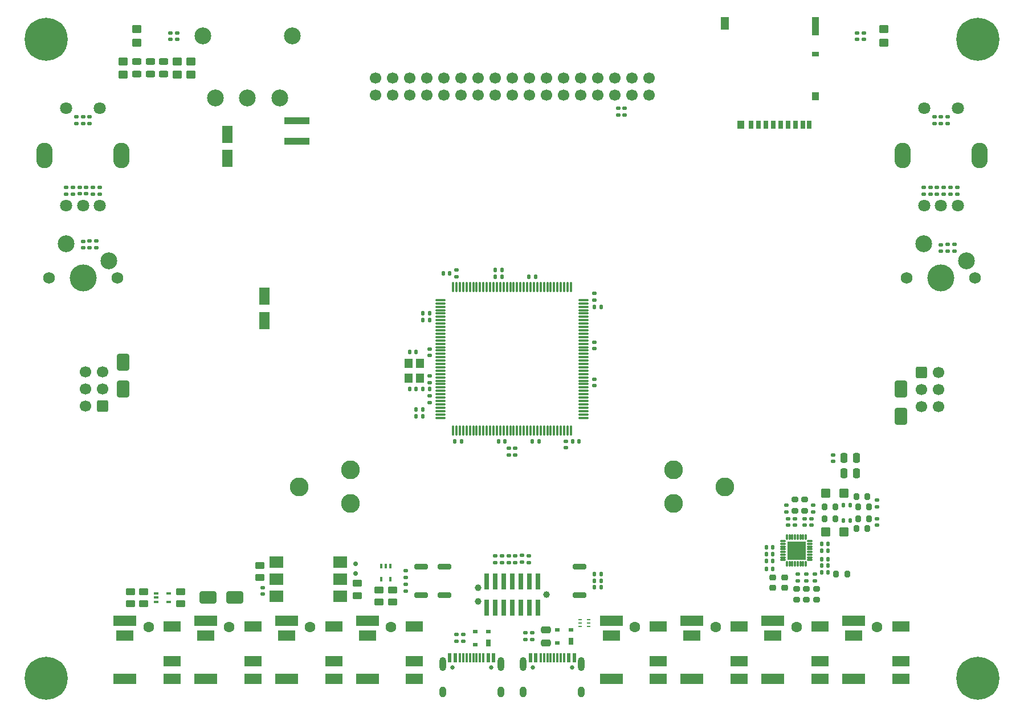
<source format=gbr>
%TF.GenerationSoftware,KiCad,Pcbnew,8.0.4*%
%TF.CreationDate,2024-08-29T22:34:12+02:00*%
%TF.ProjectId,KLST_PANDA,4b4c5354-5f50-4414-9e44-412e6b696361,rev?*%
%TF.SameCoordinates,Original*%
%TF.FileFunction,Soldermask,Top*%
%TF.FilePolarity,Negative*%
%FSLAX46Y46*%
G04 Gerber Fmt 4.6, Leading zero omitted, Abs format (unit mm)*
G04 Created by KiCad (PCBNEW 8.0.4) date 2024-08-29 22:34:12*
%MOMM*%
%LPD*%
G01*
G04 APERTURE LIST*
G04 Aperture macros list*
%AMRoundRect*
0 Rectangle with rounded corners*
0 $1 Rounding radius*
0 $2 $3 $4 $5 $6 $7 $8 $9 X,Y pos of 4 corners*
0 Add a 4 corners polygon primitive as box body*
4,1,4,$2,$3,$4,$5,$6,$7,$8,$9,$2,$3,0*
0 Add four circle primitives for the rounded corners*
1,1,$1+$1,$2,$3*
1,1,$1+$1,$4,$5*
1,1,$1+$1,$6,$7*
1,1,$1+$1,$8,$9*
0 Add four rect primitives between the rounded corners*
20,1,$1+$1,$2,$3,$4,$5,0*
20,1,$1+$1,$4,$5,$6,$7,0*
20,1,$1+$1,$6,$7,$8,$9,0*
20,1,$1+$1,$8,$9,$2,$3,0*%
G04 Aperture macros list end*
%ADD10RoundRect,0.140000X-0.170000X0.140000X-0.170000X-0.140000X0.170000X-0.140000X0.170000X0.140000X0*%
%ADD11RoundRect,0.140000X0.140000X0.170000X-0.140000X0.170000X-0.140000X-0.170000X0.140000X-0.170000X0*%
%ADD12RoundRect,0.250000X-0.250000X-0.475000X0.250000X-0.475000X0.250000X0.475000X-0.250000X0.475000X0*%
%ADD13RoundRect,0.250000X0.550000X-1.050000X0.550000X1.050000X-0.550000X1.050000X-0.550000X-1.050000X0*%
%ADD14R,3.700000X1.100000*%
%ADD15C,1.600000*%
%ADD16R,2.500000X1.500000*%
%ADD17R,3.400000X1.500000*%
%ADD18RoundRect,0.250000X-1.000000X-0.650000X1.000000X-0.650000X1.000000X0.650000X-1.000000X0.650000X0*%
%ADD19RoundRect,0.135000X0.185000X-0.135000X0.185000X0.135000X-0.185000X0.135000X-0.185000X-0.135000X0*%
%ADD20RoundRect,0.140000X0.170000X-0.140000X0.170000X0.140000X-0.170000X0.140000X-0.170000X-0.140000X0*%
%ADD21RoundRect,0.250000X0.450000X0.425000X-0.450000X0.425000X-0.450000X-0.425000X0.450000X-0.425000X0*%
%ADD22RoundRect,0.140000X-0.140000X-0.170000X0.140000X-0.170000X0.140000X0.170000X-0.140000X0.170000X0*%
%ADD23RoundRect,0.200000X-0.275000X0.200000X-0.275000X-0.200000X0.275000X-0.200000X0.275000X0.200000X0*%
%ADD24RoundRect,0.243750X0.456250X-0.243750X0.456250X0.243750X-0.456250X0.243750X-0.456250X-0.243750X0*%
%ADD25R,0.600000X0.250000*%
%ADD26RoundRect,0.135000X-0.185000X0.135000X-0.185000X-0.135000X0.185000X-0.135000X0.185000X0.135000X0*%
%ADD27RoundRect,0.225000X-0.250000X0.225000X-0.250000X-0.225000X0.250000X-0.225000X0.250000X0.225000X0*%
%ADD28RoundRect,0.250000X0.650000X-1.000000X0.650000X1.000000X-0.650000X1.000000X-0.650000X-1.000000X0*%
%ADD29R,2.000000X1.780000*%
%ADD30RoundRect,0.150000X0.200000X-0.150000X0.200000X0.150000X-0.200000X0.150000X-0.200000X-0.150000X0*%
%ADD31RoundRect,0.250000X-0.450000X0.350000X-0.450000X-0.350000X0.450000X-0.350000X0.450000X0.350000X0*%
%ADD32RoundRect,0.200000X0.800000X-0.200000X0.800000X0.200000X-0.800000X0.200000X-0.800000X-0.200000X0*%
%ADD33RoundRect,0.250000X0.450000X-0.262500X0.450000X0.262500X-0.450000X0.262500X-0.450000X-0.262500X0*%
%ADD34RoundRect,0.250000X-0.600000X-0.600000X0.600000X-0.600000X0.600000X0.600000X-0.600000X0.600000X0*%
%ADD35C,1.700000*%
%ADD36RoundRect,0.006600X-0.358400X-0.103400X0.358400X-0.103400X0.358400X0.103400X-0.358400X0.103400X0*%
%ADD37RoundRect,0.006600X0.103400X-0.358400X0.103400X0.358400X-0.103400X0.358400X-0.103400X-0.358400X0*%
%ADD38R,2.700000X2.700000*%
%ADD39R,0.650000X0.400000*%
%ADD40RoundRect,0.200000X-0.200000X-0.275000X0.200000X-0.275000X0.200000X0.275000X-0.200000X0.275000X0*%
%ADD41C,0.800000*%
%ADD42C,6.400000*%
%ADD43RoundRect,0.250000X-0.450000X0.262500X-0.450000X-0.262500X0.450000X-0.262500X0.450000X0.262500X0*%
%ADD44RoundRect,0.147500X-0.172500X0.147500X-0.172500X-0.147500X0.172500X-0.147500X0.172500X0.147500X0*%
%ADD45RoundRect,0.075000X-0.662500X-0.075000X0.662500X-0.075000X0.662500X0.075000X-0.662500X0.075000X0*%
%ADD46RoundRect,0.075000X-0.075000X-0.662500X0.075000X-0.662500X0.075000X0.662500X-0.075000X0.662500X0*%
%ADD47RoundRect,0.250000X0.600000X0.600000X-0.600000X0.600000X-0.600000X-0.600000X0.600000X-0.600000X0*%
%ADD48RoundRect,0.200000X0.200000X0.275000X-0.200000X0.275000X-0.200000X-0.275000X0.200000X-0.275000X0*%
%ADD49C,2.500000*%
%ADD50R,0.700000X1.200000*%
%ADD51R,1.000000X0.800000*%
%ADD52R,1.000000X1.200000*%
%ADD53R,1.000000X2.800000*%
%ADD54R,1.300000X1.900000*%
%ADD55C,0.650000*%
%ADD56R,0.600000X1.450000*%
%ADD57R,0.300000X1.450000*%
%ADD58O,1.000000X2.100000*%
%ADD59O,1.000000X1.600000*%
%ADD60R,0.400000X0.650000*%
%ADD61RoundRect,0.147500X0.172500X-0.147500X0.172500X0.147500X-0.172500X0.147500X-0.172500X-0.147500X0*%
%ADD62RoundRect,0.250000X-0.650000X1.000000X-0.650000X-1.000000X0.650000X-1.000000X0.650000X1.000000X0*%
%ADD63RoundRect,0.250000X-0.550000X1.050000X-0.550000X-1.050000X0.550000X-1.050000X0.550000X1.050000X0*%
%ADD64RoundRect,0.250000X-0.475000X0.250000X-0.475000X-0.250000X0.475000X-0.250000X0.475000X0.250000X0*%
%ADD65R,0.700000X1.000000*%
%ADD66R,0.700000X0.600000*%
%ADD67RoundRect,0.135000X-0.135000X-0.185000X0.135000X-0.185000X0.135000X0.185000X-0.135000X0.185000X0*%
%ADD68R,0.740000X2.400000*%
%ADD69RoundRect,0.250000X0.450000X-0.350000X0.450000X0.350000X-0.450000X0.350000X-0.450000X-0.350000X0*%
%ADD70R,1.200000X1.400000*%
%ADD71C,2.800000*%
%ADD72RoundRect,0.135000X0.135000X0.185000X-0.135000X0.185000X-0.135000X-0.185000X0.135000X-0.185000X0*%
%ADD73O,2.400000X3.800000*%
%ADD74C,1.800000*%
%ADD75C,0.990000*%
%ADD76C,1.750000*%
%ADD77C,4.000000*%
G04 APERTURE END LIST*
D10*
%TO.C,C80*%
X166750000Y-134520000D03*
X166750000Y-135480000D03*
%TD*%
D11*
%TO.C,C86*%
X162980000Y-132500000D03*
X162020000Y-132500000D03*
%TD*%
D12*
%TO.C,C71*%
X173550000Y-117250000D03*
X175450000Y-117250000D03*
%TD*%
D13*
%TO.C,C37*%
X82000000Y-72699949D03*
X82000000Y-69099949D03*
%TD*%
D10*
%TO.C,C28*%
X136500000Y-100000000D03*
X136500000Y-100960000D03*
%TD*%
D14*
%TO.C,L3*%
X92250000Y-67099949D03*
X92250000Y-70099949D03*
%TD*%
D11*
%TO.C,C13*%
X109980000Y-107000000D03*
X109020000Y-107000000D03*
%TD*%
D15*
%TO.C,J16*%
X142500000Y-142400000D03*
D16*
X146000000Y-147400000D03*
X146000000Y-142300000D03*
D17*
X139000000Y-150100000D03*
D16*
X146000000Y-150100000D03*
X139000000Y-143600000D03*
D17*
X139000000Y-141400000D03*
%TD*%
D18*
%TO.C,D14*%
X79072959Y-138000000D03*
X83072959Y-138000000D03*
%TD*%
D19*
%TO.C,R5*%
X141000000Y-66260000D03*
X141000000Y-65240000D03*
%TD*%
D20*
%TO.C,C53*%
X60500000Y-85960000D03*
X60500000Y-85000000D03*
%TD*%
D10*
%TO.C,C62*%
X167750000Y-126270000D03*
X167750000Y-127230000D03*
%TD*%
D20*
%TO.C,C41*%
X60000000Y-77960000D03*
X60000000Y-77000000D03*
%TD*%
D21*
%TO.C,C66*%
X173600000Y-128250000D03*
X170900000Y-128250000D03*
%TD*%
D19*
%TO.C,R4*%
X124750000Y-116760000D03*
X124750000Y-115740000D03*
%TD*%
D11*
%TO.C,C17*%
X112000000Y-95750000D03*
X111040000Y-95750000D03*
%TD*%
D22*
%TO.C,C26*%
X121770000Y-89250000D03*
X122730000Y-89250000D03*
%TD*%
D23*
%TO.C,R83*%
X166500000Y-136675000D03*
X166500000Y-138325000D03*
%TD*%
D22*
%TO.C,C18*%
X133270000Y-114750000D03*
X134230000Y-114750000D03*
%TD*%
D11*
%TO.C,C12*%
X110980000Y-111000000D03*
X110020000Y-111000000D03*
%TD*%
%TO.C,C25*%
X112000000Y-107000000D03*
X111040000Y-107000000D03*
%TD*%
D24*
%TO.C,D5*%
X70500000Y-60187500D03*
X70500000Y-58312500D03*
%TD*%
D10*
%TO.C,C81*%
X74500000Y-54020000D03*
X74500000Y-54980000D03*
%TD*%
D25*
%TO.C,U7*%
X134350000Y-141250000D03*
X134350000Y-141750000D03*
X134350000Y-142250000D03*
X135650000Y-142250000D03*
X135650000Y-141750000D03*
X135650000Y-141250000D03*
%TD*%
D26*
%TO.C,R29*%
X189400000Y-76980000D03*
X189400000Y-78000000D03*
%TD*%
D27*
%TO.C,C67*%
X164750000Y-134975000D03*
X164750000Y-136525000D03*
%TD*%
D22*
%TO.C,C70*%
X162020000Y-133750000D03*
X162980000Y-133750000D03*
%TD*%
D28*
%TO.C,D10*%
X66500000Y-107000000D03*
X66500000Y-103000000D03*
%TD*%
D29*
%TO.C,U5*%
X98765000Y-137790000D03*
X98765000Y-135250000D03*
X98765000Y-132710000D03*
X89235000Y-132710000D03*
X89235000Y-135250000D03*
X89235000Y-137790000D03*
%TD*%
D19*
%TO.C,R11*%
X108500000Y-137010000D03*
X108500000Y-135990000D03*
%TD*%
D11*
%TO.C,C10*%
X110980000Y-110000000D03*
X110020000Y-110000000D03*
%TD*%
D15*
%TO.C,J11*%
X82250000Y-142400000D03*
D16*
X85750000Y-147400000D03*
X85750000Y-142300000D03*
D17*
X78750000Y-150100000D03*
D16*
X85750000Y-150100000D03*
X78750000Y-143600000D03*
D17*
X78750000Y-141400000D03*
%TD*%
D30*
%TO.C,D11*%
X101000000Y-132975000D03*
X101000000Y-134375000D03*
%TD*%
D27*
%TO.C,C68*%
X163000000Y-134975000D03*
X163000000Y-136525000D03*
%TD*%
D31*
%TO.C,R8*%
X66500000Y-58250000D03*
X66500000Y-60250000D03*
%TD*%
D32*
%TO.C,SW1*%
X110750000Y-137600000D03*
X110750000Y-133400000D03*
%TD*%
D26*
%TO.C,R43*%
X127250000Y-143240000D03*
X127250000Y-144260000D03*
%TD*%
D10*
%TO.C,C60*%
X178500000Y-126270000D03*
X178500000Y-127230000D03*
%TD*%
D33*
%TO.C,R48*%
X69550000Y-138912500D03*
X69550000Y-137087500D03*
%TD*%
D34*
%TO.C,J5*%
X185100000Y-104500000D03*
D35*
X187640000Y-104500000D03*
X185100000Y-107040000D03*
X187640000Y-107040000D03*
X185100000Y-109580000D03*
X187640000Y-109580000D03*
%TD*%
D36*
%TO.C,U13*%
X164510000Y-129600000D03*
X164510000Y-130000000D03*
X164510000Y-130400000D03*
X164510000Y-130800000D03*
X164510000Y-131200000D03*
X164510000Y-131600000D03*
X164510000Y-132000000D03*
X164510000Y-132400000D03*
D37*
X165100000Y-132990000D03*
X165500000Y-132990000D03*
X165900000Y-132990000D03*
X166300000Y-132990000D03*
X166700000Y-132990000D03*
X167100000Y-132990000D03*
X167500000Y-132990000D03*
X167900000Y-132990000D03*
D36*
X168490000Y-132400000D03*
X168490000Y-132000000D03*
X168490000Y-131600000D03*
X168490000Y-131200000D03*
X168490000Y-130800000D03*
X168490000Y-130400000D03*
X168490000Y-130000000D03*
X168490000Y-129600000D03*
D37*
X167900000Y-129010000D03*
X167500000Y-129010000D03*
X167100000Y-129010000D03*
X166700000Y-129010000D03*
X166300000Y-129010000D03*
X165900000Y-129010000D03*
X165500000Y-129010000D03*
X165100000Y-129010000D03*
D38*
X166500000Y-131000000D03*
%TD*%
D11*
%TO.C,C64*%
X174480000Y-124250000D03*
X173520000Y-124250000D03*
%TD*%
D20*
%TO.C,C52*%
X188000000Y-86480000D03*
X188000000Y-85520000D03*
%TD*%
D39*
%TO.C,U9*%
X71350000Y-137350000D03*
X71350000Y-138000000D03*
X71350000Y-138650000D03*
X73250000Y-138650000D03*
X73250000Y-137350000D03*
%TD*%
D19*
%TO.C,R6*%
X140000000Y-66260000D03*
X140000000Y-65240000D03*
%TD*%
D22*
%TO.C,C27*%
X136520000Y-94750000D03*
X137480000Y-94750000D03*
%TD*%
D11*
%TO.C,C14*%
X123230000Y-114750000D03*
X122270000Y-114750000D03*
%TD*%
D10*
%TO.C,C50*%
X175500000Y-54020000D03*
X175500000Y-54980000D03*
%TD*%
D26*
%TO.C,R52*%
X62500000Y-84990000D03*
X62500000Y-86010000D03*
%TD*%
D40*
%TO.C,R80*%
X172425000Y-134500000D03*
X174075000Y-134500000D03*
%TD*%
D19*
%TO.C,R3*%
X123750000Y-116760000D03*
X123750000Y-115740000D03*
%TD*%
D41*
%TO.C,H2*%
X191100000Y-55000000D03*
X191802944Y-53302944D03*
X191802944Y-56697056D03*
X193500000Y-52600000D03*
D42*
X193500000Y-55000000D03*
D41*
X193500000Y-57400000D03*
X195197056Y-53302944D03*
X195197056Y-56697056D03*
X195900000Y-55000000D03*
%TD*%
D19*
%TO.C,R58*%
X126750000Y-132760000D03*
X126750000Y-131740000D03*
%TD*%
D43*
%TO.C,R49*%
X75050000Y-137087500D03*
X75050000Y-138912500D03*
%TD*%
D26*
%TO.C,R35*%
X62000000Y-76970000D03*
X62000000Y-77990000D03*
%TD*%
D44*
%TO.C,FB3*%
X168750000Y-126265000D03*
X168750000Y-127235000D03*
%TD*%
D19*
%TO.C,R55*%
X122750000Y-132760000D03*
X122750000Y-131740000D03*
%TD*%
D23*
%TO.C,R76*%
X167750000Y-123425000D03*
X167750000Y-125075000D03*
%TD*%
D15*
%TO.C,J19*%
X178500000Y-142400000D03*
D16*
X182000000Y-147400000D03*
X182000000Y-142300000D03*
D17*
X175000000Y-150100000D03*
D16*
X182000000Y-150100000D03*
X175000000Y-143600000D03*
D17*
X175000000Y-141400000D03*
%TD*%
D22*
%TO.C,C87*%
X170270000Y-133250000D03*
X171230000Y-133250000D03*
%TD*%
D45*
%TO.C,U2*%
X113587500Y-93750000D03*
X113587500Y-94250000D03*
X113587500Y-94750000D03*
X113587500Y-95250000D03*
X113587500Y-95750000D03*
X113587500Y-96250000D03*
X113587500Y-96750000D03*
X113587500Y-97250000D03*
X113587500Y-97750000D03*
X113587500Y-98250000D03*
X113587500Y-98750000D03*
X113587500Y-99250000D03*
X113587500Y-99750000D03*
X113587500Y-100250000D03*
X113587500Y-100750000D03*
X113587500Y-101250000D03*
X113587500Y-101750000D03*
X113587500Y-102250000D03*
X113587500Y-102750000D03*
X113587500Y-103250000D03*
X113587500Y-103750000D03*
X113587500Y-104250000D03*
X113587500Y-104750000D03*
X113587500Y-105250000D03*
X113587500Y-105750000D03*
X113587500Y-106250000D03*
X113587500Y-106750000D03*
X113587500Y-107250000D03*
X113587500Y-107750000D03*
X113587500Y-108250000D03*
X113587500Y-108750000D03*
X113587500Y-109250000D03*
X113587500Y-109750000D03*
X113587500Y-110250000D03*
X113587500Y-110750000D03*
X113587500Y-111250000D03*
D46*
X115500000Y-113162500D03*
X116000000Y-113162500D03*
X116500000Y-113162500D03*
X117000000Y-113162500D03*
X117500000Y-113162500D03*
X118000000Y-113162500D03*
X118500000Y-113162500D03*
X119000000Y-113162500D03*
X119500000Y-113162500D03*
X120000000Y-113162500D03*
X120500000Y-113162500D03*
X121000000Y-113162500D03*
X121500000Y-113162500D03*
X122000000Y-113162500D03*
X122500000Y-113162500D03*
X123000000Y-113162500D03*
X123500000Y-113162500D03*
X124000000Y-113162500D03*
X124500000Y-113162500D03*
X125000000Y-113162500D03*
X125500000Y-113162500D03*
X126000000Y-113162500D03*
X126500000Y-113162500D03*
X127000000Y-113162500D03*
X127500000Y-113162500D03*
X128000000Y-113162500D03*
X128500000Y-113162500D03*
X129000000Y-113162500D03*
X129500000Y-113162500D03*
X130000000Y-113162500D03*
X130500000Y-113162500D03*
X131000000Y-113162500D03*
X131500000Y-113162500D03*
X132000000Y-113162500D03*
X132500000Y-113162500D03*
X133000000Y-113162500D03*
D45*
X134912500Y-111250000D03*
X134912500Y-110750000D03*
X134912500Y-110250000D03*
X134912500Y-109750000D03*
X134912500Y-109250000D03*
X134912500Y-108750000D03*
X134912500Y-108250000D03*
X134912500Y-107750000D03*
X134912500Y-107250000D03*
X134912500Y-106750000D03*
X134912500Y-106250000D03*
X134912500Y-105750000D03*
X134912500Y-105250000D03*
X134912500Y-104750000D03*
X134912500Y-104250000D03*
X134912500Y-103750000D03*
X134912500Y-103250000D03*
X134912500Y-102750000D03*
X134912500Y-102250000D03*
X134912500Y-101750000D03*
X134912500Y-101250000D03*
X134912500Y-100750000D03*
X134912500Y-100250000D03*
X134912500Y-99750000D03*
X134912500Y-99250000D03*
X134912500Y-98750000D03*
X134912500Y-98250000D03*
X134912500Y-97750000D03*
X134912500Y-97250000D03*
X134912500Y-96750000D03*
X134912500Y-96250000D03*
X134912500Y-95750000D03*
X134912500Y-95250000D03*
X134912500Y-94750000D03*
X134912500Y-94250000D03*
X134912500Y-93750000D03*
D46*
X133000000Y-91837500D03*
X132500000Y-91837500D03*
X132000000Y-91837500D03*
X131500000Y-91837500D03*
X131000000Y-91837500D03*
X130500000Y-91837500D03*
X130000000Y-91837500D03*
X129500000Y-91837500D03*
X129000000Y-91837500D03*
X128500000Y-91837500D03*
X128000000Y-91837500D03*
X127500000Y-91837500D03*
X127000000Y-91837500D03*
X126500000Y-91837500D03*
X126000000Y-91837500D03*
X125500000Y-91837500D03*
X125000000Y-91837500D03*
X124500000Y-91837500D03*
X124000000Y-91837500D03*
X123500000Y-91837500D03*
X123000000Y-91837500D03*
X122500000Y-91837500D03*
X122000000Y-91837500D03*
X121500000Y-91837500D03*
X121000000Y-91837500D03*
X120500000Y-91837500D03*
X120000000Y-91837500D03*
X119500000Y-91837500D03*
X119000000Y-91837500D03*
X118500000Y-91837500D03*
X118000000Y-91837500D03*
X117500000Y-91837500D03*
X117000000Y-91837500D03*
X116500000Y-91837500D03*
X116000000Y-91837500D03*
X115500000Y-91837500D03*
%TD*%
D15*
%TO.C,J8*%
X106250000Y-142400000D03*
D16*
X109750000Y-147400000D03*
X109750000Y-142300000D03*
D17*
X102750000Y-150100000D03*
D16*
X109750000Y-150100000D03*
X102750000Y-143600000D03*
D17*
X102750000Y-141400000D03*
%TD*%
D20*
%TO.C,C43*%
X61000000Y-77960000D03*
X61000000Y-77000000D03*
%TD*%
D22*
%TO.C,C77*%
X170270000Y-134250000D03*
X171230000Y-134250000D03*
%TD*%
D32*
%TO.C,SW2*%
X114250000Y-137600000D03*
X114250000Y-133400000D03*
%TD*%
D47*
%TO.C,J6*%
X63400000Y-109500000D03*
D35*
X60860000Y-109500000D03*
X63400000Y-106960000D03*
X60860000Y-106960000D03*
X63400000Y-104420000D03*
X60860000Y-104420000D03*
%TD*%
D31*
%TO.C,R20*%
X76500000Y-58250000D03*
X76500000Y-60250000D03*
%TD*%
D20*
%TO.C,C42*%
X61500000Y-67480000D03*
X61500000Y-66520000D03*
%TD*%
D48*
%TO.C,R73*%
X177075000Y-127750000D03*
X175425000Y-127750000D03*
%TD*%
D22*
%TO.C,C72*%
X170270000Y-131000000D03*
X171230000Y-131000000D03*
%TD*%
D19*
%TO.C,R59*%
X125750000Y-132750000D03*
X125750000Y-131730000D03*
%TD*%
D49*
%TO.C,SW3*%
X78306688Y-54500000D03*
X91606662Y-54500000D03*
X80156573Y-63699898D03*
X84956675Y-63699898D03*
X89756777Y-63699898D03*
%TD*%
D50*
%TO.C,J1*%
X159755000Y-67725000D03*
X160855000Y-67725000D03*
X161955000Y-67725000D03*
X163055000Y-67725000D03*
X164155000Y-67725000D03*
X165255000Y-67725000D03*
X166355000Y-67725000D03*
X167455000Y-67725000D03*
X168405000Y-67725000D03*
D51*
X169355000Y-57225000D03*
D52*
X169355000Y-63425000D03*
D53*
X169355000Y-53075000D03*
D52*
X158205000Y-67725000D03*
D54*
X155855000Y-52625000D03*
%TD*%
D40*
%TO.C,R77*%
X175675000Y-126250000D03*
X177325000Y-126250000D03*
%TD*%
D55*
%TO.C,J9*%
X127360000Y-148400000D03*
X133140000Y-148400000D03*
D56*
X127000000Y-146955000D03*
X127800000Y-146955000D03*
D57*
X129000000Y-146955000D03*
X130000000Y-146955000D03*
X130500000Y-146955000D03*
X131500000Y-146955000D03*
D56*
X132700000Y-146955000D03*
X133500000Y-146955000D03*
X133500000Y-146955000D03*
X132700000Y-146955000D03*
D57*
X132000000Y-146955000D03*
X131000000Y-146955000D03*
X129500000Y-146955000D03*
X128500000Y-146955000D03*
D56*
X127800000Y-146955000D03*
X127000000Y-146955000D03*
D58*
X125930000Y-147870000D03*
D59*
X125930000Y-152050000D03*
D58*
X134570000Y-147870000D03*
D59*
X134570000Y-152050000D03*
%TD*%
D60*
%TO.C,U6*%
X106150000Y-133338438D03*
X105500000Y-133338438D03*
X104850000Y-133338438D03*
X104850000Y-135238438D03*
X106150000Y-135238438D03*
%TD*%
D23*
%TO.C,R82*%
X168000000Y-136675000D03*
X168000000Y-138325000D03*
%TD*%
D40*
%TO.C,R74*%
X175675000Y-124500000D03*
X177325000Y-124500000D03*
%TD*%
D48*
%TO.C,R79*%
X172325000Y-126250000D03*
X170675000Y-126250000D03*
%TD*%
D26*
%TO.C,R10*%
X116000000Y-89240000D03*
X116000000Y-90260000D03*
%TD*%
D11*
%TO.C,C15*%
X128230000Y-114750000D03*
X127270000Y-114750000D03*
%TD*%
D26*
%TO.C,R36*%
X63000000Y-76960000D03*
X63000000Y-77980000D03*
%TD*%
D15*
%TO.C,J7*%
X94250000Y-142400000D03*
D16*
X97750000Y-147400000D03*
X97750000Y-142300000D03*
D17*
X90750000Y-150100000D03*
D16*
X97750000Y-150100000D03*
X90750000Y-143600000D03*
D17*
X90750000Y-141400000D03*
%TD*%
D11*
%TO.C,C65*%
X174480000Y-126500000D03*
X173520000Y-126500000D03*
%TD*%
D19*
%TO.C,R57*%
X123750000Y-132760000D03*
X123750000Y-131740000D03*
%TD*%
%TO.C,R25*%
X185400000Y-78010000D03*
X185400000Y-76990000D03*
%TD*%
D20*
%TO.C,C38*%
X187400000Y-78000000D03*
X187400000Y-77040000D03*
%TD*%
D19*
%TO.C,R53*%
X61500000Y-86010000D03*
X61500000Y-84990000D03*
%TD*%
D41*
%TO.C,H1*%
X52600000Y-55000000D03*
X53302944Y-53302944D03*
X53302944Y-56697056D03*
X55000000Y-52600000D03*
D42*
X55000000Y-55000000D03*
D41*
X55000000Y-57400000D03*
X56697056Y-53302944D03*
X56697056Y-56697056D03*
X57400000Y-55000000D03*
%TD*%
D55*
%TO.C,J10*%
X115360000Y-148400000D03*
X121140000Y-148400000D03*
D56*
X115000000Y-146955000D03*
X115800000Y-146955000D03*
D57*
X117000000Y-146955000D03*
X118000000Y-146955000D03*
X118500000Y-146955000D03*
X119500000Y-146955000D03*
D56*
X120700000Y-146955000D03*
X121500000Y-146955000D03*
X121500000Y-146955000D03*
X120700000Y-146955000D03*
D57*
X120000000Y-146955000D03*
X119000000Y-146955000D03*
X117500000Y-146955000D03*
X116500000Y-146955000D03*
D56*
X115800000Y-146955000D03*
X115000000Y-146955000D03*
D58*
X113930000Y-147870000D03*
D59*
X113930000Y-152050000D03*
D58*
X122570000Y-147870000D03*
D59*
X122570000Y-152050000D03*
%TD*%
D11*
%TO.C,C84*%
X162980000Y-131500000D03*
X162020000Y-131500000D03*
%TD*%
D41*
%TO.C,H4*%
X191100000Y-150000000D03*
X191802944Y-148302944D03*
X191802944Y-151697056D03*
X193500000Y-147600000D03*
D42*
X193500000Y-150000000D03*
D41*
X193500000Y-152400000D03*
X195197056Y-148302944D03*
X195197056Y-151697056D03*
X195900000Y-150000000D03*
%TD*%
D23*
%TO.C,R75*%
X166250000Y-123425000D03*
X166250000Y-125075000D03*
%TD*%
D26*
%TO.C,R32*%
X59000000Y-76960000D03*
X59000000Y-77980000D03*
%TD*%
D19*
%TO.C,R51*%
X189000000Y-86510000D03*
X189000000Y-85490000D03*
%TD*%
D43*
%TO.C,R40*%
X106500000Y-136825938D03*
X106500000Y-138650938D03*
%TD*%
D26*
%TO.C,R33*%
X59500000Y-66490000D03*
X59500000Y-67510000D03*
%TD*%
D61*
%TO.C,L4*%
X172000000Y-117720000D03*
X172000000Y-116750000D03*
%TD*%
D31*
%TO.C,R21*%
X74500000Y-58250000D03*
X74500000Y-60250000D03*
%TD*%
D10*
%TO.C,C19*%
X136500000Y-105520000D03*
X136500000Y-106480000D03*
%TD*%
%TO.C,C78*%
X169250000Y-134520000D03*
X169250000Y-135480000D03*
%TD*%
D62*
%TO.C,D9*%
X182000000Y-107000000D03*
X182000000Y-111000000D03*
%TD*%
D63*
%TO.C,C49*%
X87500000Y-93200000D03*
X87500000Y-96800000D03*
%TD*%
D33*
%TO.C,R41*%
X104500000Y-138650938D03*
X104500000Y-136825938D03*
%TD*%
D10*
%TO.C,C82*%
X73500000Y-54020000D03*
X73500000Y-54980000D03*
%TD*%
D64*
%TO.C,C46*%
X129250000Y-142800000D03*
X129250000Y-144700000D03*
%TD*%
D19*
%TO.C,R9*%
X108500000Y-135010000D03*
X108500000Y-133990000D03*
%TD*%
D65*
%TO.C,D13*%
X120750000Y-144750000D03*
D66*
X120750000Y-143050000D03*
X118750000Y-143050000D03*
X118750000Y-144950000D03*
%TD*%
D32*
%TO.C,SW6*%
X134250000Y-137600000D03*
X134250000Y-133400000D03*
%TD*%
D48*
%TO.C,R78*%
X172325000Y-124500000D03*
X170675000Y-124500000D03*
%TD*%
D11*
%TO.C,C83*%
X162980000Y-130520000D03*
X162020000Y-130520000D03*
%TD*%
D22*
%TO.C,C85*%
X170250000Y-130000000D03*
X171210000Y-130000000D03*
%TD*%
D67*
%TO.C,R38*%
X136490000Y-135475000D03*
X137510000Y-135475000D03*
%TD*%
D48*
%TO.C,R72*%
X177075000Y-123000000D03*
X175425000Y-123000000D03*
%TD*%
D20*
%TO.C,C40*%
X188400000Y-77980000D03*
X188400000Y-77020000D03*
%TD*%
D65*
%TO.C,D12*%
X133000000Y-144500000D03*
D66*
X133000000Y-142800000D03*
X131000000Y-142800000D03*
X131000000Y-144700000D03*
%TD*%
D44*
%TO.C,FB2*%
X165250000Y-126265000D03*
X165250000Y-127235000D03*
%TD*%
D24*
%TO.C,D3*%
X68500000Y-60187500D03*
X68500000Y-58312500D03*
%TD*%
D19*
%TO.C,R34*%
X60500000Y-67510000D03*
X60500000Y-66490000D03*
%TD*%
D24*
%TO.C,D6*%
X72500000Y-60187500D03*
X72500000Y-58312500D03*
%TD*%
D43*
%TO.C,R39*%
X101250000Y-135837500D03*
X101250000Y-137662500D03*
%TD*%
D68*
%TO.C,J14*%
X120440000Y-139450000D03*
X120440000Y-135550000D03*
X121710000Y-139450000D03*
X121710000Y-135550000D03*
X122980000Y-139450000D03*
X122980000Y-135550000D03*
X124250000Y-139450000D03*
X124250000Y-135550000D03*
X125520000Y-139450000D03*
X125520000Y-135550000D03*
X126790000Y-139450000D03*
X126790000Y-135550000D03*
X128060000Y-139450000D03*
X128060000Y-135550000D03*
%TD*%
D26*
%TO.C,R27*%
X187000000Y-66490000D03*
X187000000Y-67510000D03*
%TD*%
D11*
%TO.C,C16*%
X112000000Y-96750000D03*
X111040000Y-96750000D03*
%TD*%
D15*
%TO.C,J17*%
X166500000Y-142400000D03*
D16*
X170000000Y-147400000D03*
X170000000Y-142300000D03*
D17*
X163000000Y-150100000D03*
D16*
X170000000Y-150100000D03*
X163000000Y-143600000D03*
D17*
X163000000Y-141400000D03*
%TD*%
D10*
%TO.C,C20*%
X136500000Y-92770000D03*
X136500000Y-93730000D03*
%TD*%
D15*
%TO.C,J18*%
X154500000Y-142400000D03*
D16*
X158000000Y-147400000D03*
X158000000Y-142300000D03*
D17*
X151000000Y-150100000D03*
D16*
X158000000Y-150100000D03*
X151000000Y-143600000D03*
D17*
X151000000Y-141400000D03*
%TD*%
D35*
%TO.C,J13*%
X103930000Y-63290000D03*
X103930000Y-60750000D03*
X106470000Y-63290000D03*
X106470000Y-60750000D03*
X109010000Y-63290000D03*
X109010000Y-60750000D03*
X111550000Y-63290000D03*
X111550000Y-60750000D03*
X114090000Y-63290000D03*
X114090000Y-60750000D03*
X116630000Y-63290000D03*
X116630000Y-60750000D03*
X119170000Y-63290000D03*
X119170000Y-60750000D03*
X121710000Y-63290000D03*
X121710000Y-60750000D03*
X124250000Y-63290000D03*
X124250000Y-60750000D03*
X126790000Y-63290000D03*
X126790000Y-60750000D03*
X129330000Y-63290000D03*
X129330000Y-60750000D03*
X131870000Y-63290000D03*
X131870000Y-60750000D03*
X134410000Y-63290000D03*
X134410000Y-60750000D03*
X136950000Y-63290000D03*
X136950000Y-60750000D03*
X139490000Y-63290000D03*
X139490000Y-60750000D03*
X142030000Y-63290000D03*
X142030000Y-60750000D03*
X144570000Y-63290000D03*
X144570000Y-60750000D03*
%TD*%
D10*
%TO.C,C58*%
X165000000Y-124270000D03*
X165000000Y-125230000D03*
%TD*%
D69*
%TO.C,R1*%
X179500000Y-55500000D03*
X179500000Y-53500000D03*
%TD*%
D12*
%TO.C,C69*%
X173550000Y-119500000D03*
X175450000Y-119500000D03*
%TD*%
D20*
%TO.C,C6*%
X112000000Y-101980000D03*
X112000000Y-101020000D03*
%TD*%
D10*
%TO.C,C51*%
X176500000Y-54020000D03*
X176500000Y-54980000D03*
%TD*%
D19*
%TO.C,R56*%
X121750000Y-132760000D03*
X121750000Y-131740000D03*
%TD*%
D31*
%TO.C,R2*%
X68500000Y-53500000D03*
X68500000Y-55500000D03*
%TD*%
D26*
%TO.C,R7*%
X112000000Y-105000000D03*
X112000000Y-106020000D03*
%TD*%
D20*
%TO.C,C45*%
X87250000Y-137480000D03*
X87250000Y-136520000D03*
%TD*%
D22*
%TO.C,C74*%
X170270000Y-132250000D03*
X171230000Y-132250000D03*
%TD*%
D20*
%TO.C,C57*%
X178500000Y-124480000D03*
X178500000Y-123520000D03*
%TD*%
D22*
%TO.C,C21*%
X126770000Y-90250000D03*
X127730000Y-90250000D03*
%TD*%
D11*
%TO.C,C11*%
X116730000Y-114750000D03*
X115770000Y-114750000D03*
%TD*%
D70*
%TO.C,Y1*%
X108900000Y-103150000D03*
X108900000Y-105350000D03*
X110600000Y-105350000D03*
X110600000Y-103150000D03*
%TD*%
D22*
%TO.C,C44*%
X136520000Y-136475000D03*
X137480000Y-136475000D03*
%TD*%
D19*
%TO.C,R31*%
X58000000Y-77990000D03*
X58000000Y-76970000D03*
%TD*%
D26*
%TO.C,R26*%
X186400000Y-76990000D03*
X186400000Y-78010000D03*
%TD*%
D11*
%TO.C,C23*%
X114980000Y-89750000D03*
X114020000Y-89750000D03*
%TD*%
D19*
%TO.C,R45*%
X116000000Y-144510000D03*
X116000000Y-143490000D03*
%TD*%
D23*
%TO.C,R81*%
X169500000Y-136675000D03*
X169500000Y-138325000D03*
%TD*%
D15*
%TO.C,J12*%
X70250000Y-142400000D03*
D16*
X73750000Y-147400000D03*
X73750000Y-142300000D03*
D17*
X66750000Y-150100000D03*
D16*
X73750000Y-150100000D03*
X66750000Y-143600000D03*
D17*
X66750000Y-141400000D03*
%TD*%
D19*
%TO.C,R46*%
X117000000Y-144510000D03*
X117000000Y-143490000D03*
%TD*%
%TO.C,R28*%
X188000000Y-67510000D03*
X188000000Y-66490000D03*
%TD*%
D10*
%TO.C,C79*%
X168000000Y-134520000D03*
X168000000Y-135480000D03*
%TD*%
%TO.C,C8*%
X112000000Y-108020000D03*
X112000000Y-108980000D03*
%TD*%
D41*
%TO.C,H3*%
X52600000Y-150000000D03*
X53302944Y-148302944D03*
X53302944Y-151697056D03*
X55000000Y-147600000D03*
D42*
X55000000Y-150000000D03*
D41*
X55000000Y-152400000D03*
X56697056Y-148302944D03*
X56697056Y-151697056D03*
X57400000Y-150000000D03*
%TD*%
D71*
%TO.C,J4*%
X155850000Y-121500000D03*
X148251000Y-124000000D03*
X148250000Y-119000000D03*
%TD*%
D26*
%TO.C,R44*%
X126250000Y-143240000D03*
X126250000Y-144260000D03*
%TD*%
D72*
%TO.C,R37*%
X137510000Y-134475000D03*
X136490000Y-134475000D03*
%TD*%
D26*
%TO.C,R50*%
X190000000Y-85490000D03*
X190000000Y-86510000D03*
%TD*%
D33*
%TO.C,R47*%
X67550000Y-138912500D03*
X67550000Y-137087500D03*
%TD*%
D11*
%TO.C,C9*%
X109980000Y-101500000D03*
X109020000Y-101500000D03*
%TD*%
D22*
%TO.C,C22*%
X121770000Y-90250000D03*
X122730000Y-90250000D03*
%TD*%
D10*
%TO.C,C61*%
X166250000Y-126270000D03*
X166250000Y-127230000D03*
%TD*%
D20*
%TO.C,C39*%
X189000000Y-67500000D03*
X189000000Y-66540000D03*
%TD*%
%TO.C,C59*%
X169000000Y-125230000D03*
X169000000Y-124270000D03*
%TD*%
D71*
%TO.C,J3*%
X92650000Y-121500000D03*
X100249000Y-119000000D03*
X100250000Y-124000000D03*
%TD*%
D21*
%TO.C,C63*%
X173600000Y-122500000D03*
X170900000Y-122500000D03*
%TD*%
D10*
%TO.C,C24*%
X132250000Y-114770000D03*
X132250000Y-115730000D03*
%TD*%
D33*
%TO.C,R42*%
X86750000Y-135031660D03*
X86750000Y-133206660D03*
%TD*%
D26*
%TO.C,R30*%
X190400000Y-76990000D03*
X190400000Y-78010000D03*
%TD*%
D19*
%TO.C,R54*%
X124750000Y-132760000D03*
X124750000Y-131740000D03*
%TD*%
D73*
%TO.C,SW5*%
X66200000Y-72250000D03*
X54800000Y-72250000D03*
D74*
X63000000Y-79750000D03*
X58000000Y-79750000D03*
X60500000Y-79750000D03*
X63000000Y-65250000D03*
X58000000Y-65250000D03*
%TD*%
D75*
%TO.C,J15*%
X129330000Y-137500000D03*
X119170000Y-138516000D03*
X119170000Y-136484000D03*
%TD*%
D73*
%TO.C,SW4*%
X193700000Y-72250000D03*
X182300000Y-72250000D03*
D74*
X190500000Y-79750000D03*
X185500000Y-79750000D03*
X188000000Y-79750000D03*
X190500000Y-65250000D03*
X185500000Y-65250000D03*
%TD*%
D76*
%TO.C,SW8*%
X65580000Y-90500000D03*
D77*
X60500000Y-90500000D03*
D76*
X55420000Y-90500000D03*
D49*
X64310000Y-87960000D03*
X57960000Y-85420000D03*
%TD*%
D76*
%TO.C,SW7*%
X193080000Y-90500000D03*
D77*
X188000000Y-90500000D03*
D76*
X182920000Y-90500000D03*
D49*
X191810000Y-87960000D03*
X185460000Y-85420000D03*
%TD*%
M02*

</source>
